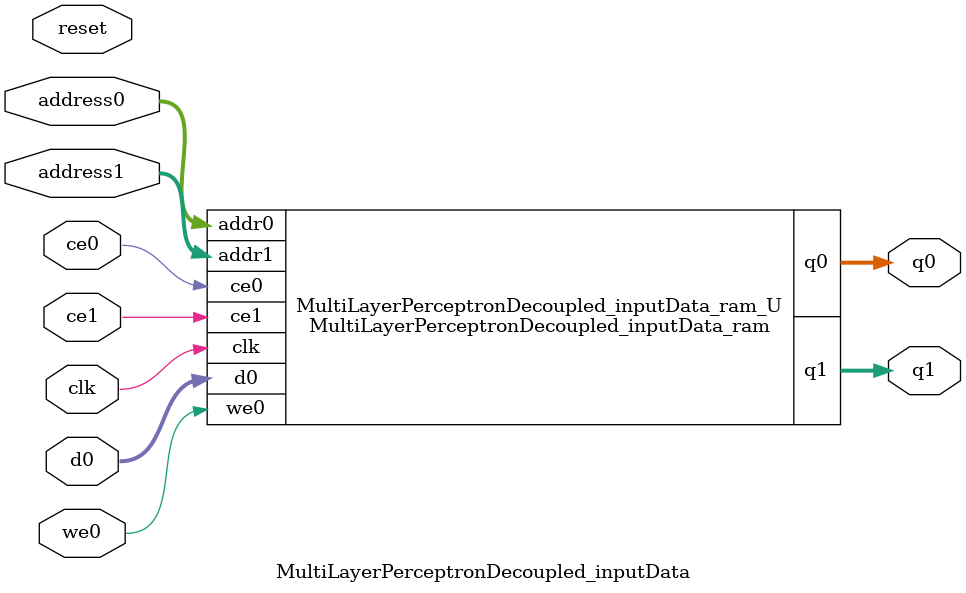
<source format=v>
`timescale 1 ns / 1 ps
module MultiLayerPerceptronDecoupled_inputData_ram (addr0, ce0, d0, we0, q0, addr1, ce1, q1,  clk);

parameter DWIDTH = 32;
parameter AWIDTH = 3;
parameter MEM_SIZE = 8;

input[AWIDTH-1:0] addr0;
input ce0;
input[DWIDTH-1:0] d0;
input we0;
output reg[DWIDTH-1:0] q0;
input[AWIDTH-1:0] addr1;
input ce1;
output reg[DWIDTH-1:0] q1;
input clk;

(* ram_style = "distributed" *)reg [DWIDTH-1:0] ram[0:MEM_SIZE-1];




always @(posedge clk)  
begin 
    if (ce0) begin
        if (we0) 
            ram[addr0] <= d0; 
        q0 <= ram[addr0];
    end
end


always @(posedge clk)  
begin 
    if (ce1) begin
        q1 <= ram[addr1];
    end
end


endmodule

`timescale 1 ns / 1 ps
module MultiLayerPerceptronDecoupled_inputData(
    reset,
    clk,
    address0,
    ce0,
    we0,
    d0,
    q0,
    address1,
    ce1,
    q1);

parameter DataWidth = 32'd32;
parameter AddressRange = 32'd8;
parameter AddressWidth = 32'd3;
input reset;
input clk;
input[AddressWidth - 1:0] address0;
input ce0;
input we0;
input[DataWidth - 1:0] d0;
output[DataWidth - 1:0] q0;
input[AddressWidth - 1:0] address1;
input ce1;
output[DataWidth - 1:0] q1;



MultiLayerPerceptronDecoupled_inputData_ram MultiLayerPerceptronDecoupled_inputData_ram_U(
    .clk( clk ),
    .addr0( address0 ),
    .ce0( ce0 ),
    .we0( we0 ),
    .d0( d0 ),
    .q0( q0 ),
    .addr1( address1 ),
    .ce1( ce1 ),
    .q1( q1 ));

endmodule


</source>
